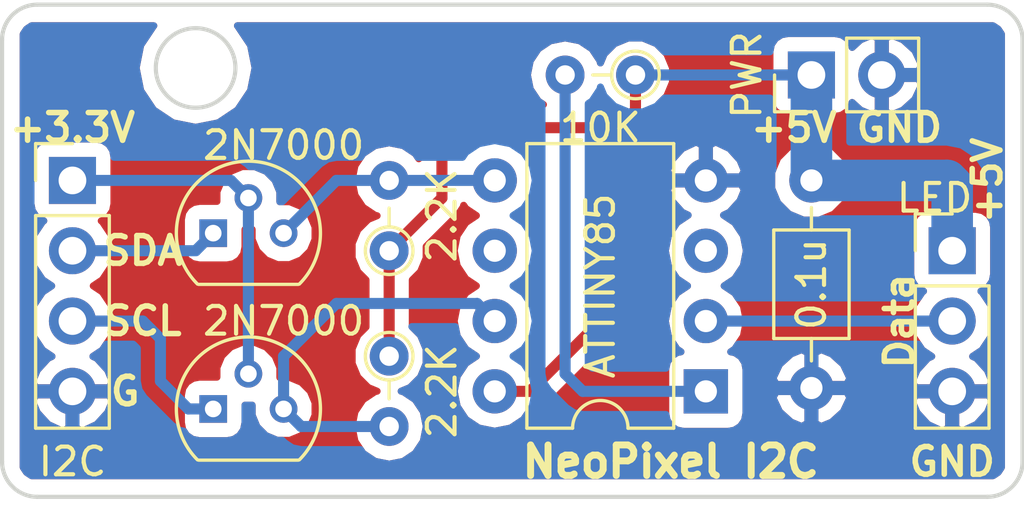
<source format=kicad_pcb>
(kicad_pcb (version 4) (host pcbnew 4.0.7)

  (general
    (links 20)
    (no_connects 0)
    (area 140.894999 97.714999 177.875001 115.645001)
    (thickness 1.6)
    (drawings 19)
    (tracks 38)
    (zones 0)
    (modules 10)
    (nets 12)
  )

  (page A4)
  (layers
    (0 F.Cu signal)
    (31 B.Cu signal)
    (32 B.Adhes user)
    (33 F.Adhes user)
    (34 B.Paste user)
    (35 F.Paste user)
    (36 B.SilkS user)
    (37 F.SilkS user)
    (38 B.Mask user)
    (39 F.Mask user)
    (40 Dwgs.User user)
    (41 Cmts.User user)
    (42 Eco1.User user)
    (43 Eco2.User user)
    (44 Edge.Cuts user)
    (45 Margin user)
    (46 B.CrtYd user)
    (47 F.CrtYd user)
    (48 B.Fab user)
    (49 F.Fab user)
  )

  (setup
    (last_trace_width 0.25)
    (trace_clearance 0.2)
    (zone_clearance 0.508)
    (zone_45_only no)
    (trace_min 0.2)
    (segment_width 0.2)
    (edge_width 0.15)
    (via_size 0.6)
    (via_drill 0.4)
    (via_min_size 0.4)
    (via_min_drill 0.3)
    (uvia_size 0.3)
    (uvia_drill 0.1)
    (uvias_allowed no)
    (uvia_min_size 0.2)
    (uvia_min_drill 0.1)
    (pcb_text_width 0.3)
    (pcb_text_size 1.5 1.5)
    (mod_edge_width 0.15)
    (mod_text_size 1 1)
    (mod_text_width 0.15)
    (pad_size 1.524 1.524)
    (pad_drill 0.762)
    (pad_to_mask_clearance 0.2)
    (aux_axis_origin 140.97 115.57)
    (visible_elements FFFFFF7F)
    (pcbplotparams
      (layerselection 0x010f0_80000001)
      (usegerberextensions true)
      (excludeedgelayer true)
      (linewidth 0.100000)
      (plotframeref false)
      (viasonmask false)
      (mode 1)
      (useauxorigin false)
      (hpglpennumber 1)
      (hpglpenspeed 20)
      (hpglpendiameter 15)
      (hpglpenoverlay 2)
      (psnegative false)
      (psa4output false)
      (plotreference true)
      (plotvalue true)
      (plotinvisibletext false)
      (padsonsilk false)
      (subtractmaskfromsilk false)
      (outputformat 1)
      (mirror false)
      (drillshape 0)
      (scaleselection 1)
      (outputdirectory gerber/))
  )

  (net 0 "")
  (net 1 +5V)
  (net 2 GND)
  (net 3 "Net-(J1-Pad2)")
  (net 4 "Net-(J3-Pad1)")
  (net 5 "Net-(J3-Pad2)")
  (net 6 "Net-(J3-Pad3)")
  (net 7 "Net-(Q1-Pad3)")
  (net 8 "Net-(Q2-Pad3)")
  (net 9 "Net-(R3-Pad2)")
  (net 10 "Net-(U1-Pad6)")
  (net 11 "Net-(U1-Pad3)")

  (net_class Default "これは標準のネット クラスです。"
    (clearance 0.2)
    (trace_width 0.25)
    (via_dia 0.6)
    (via_drill 0.4)
    (uvia_dia 0.3)
    (uvia_drill 0.1)
  )

  (net_class D2 ""
    (clearance 0.2)
    (trace_width 0.4)
    (via_dia 0.6)
    (via_drill 0.4)
    (uvia_dia 0.3)
    (uvia_drill 0.1)
    (add_net GND)
    (add_net "Net-(J1-Pad2)")
    (add_net "Net-(J3-Pad1)")
    (add_net "Net-(J3-Pad2)")
    (add_net "Net-(J3-Pad3)")
    (add_net "Net-(Q1-Pad3)")
    (add_net "Net-(Q2-Pad3)")
    (add_net "Net-(R3-Pad2)")
    (add_net "Net-(U1-Pad3)")
    (add_net "Net-(U1-Pad6)")
  )

  (net_class D3 ""
    (clearance 0.2)
    (trace_width 0.8)
    (via_dia 0.6)
    (via_drill 0.4)
    (uvia_dia 0.3)
    (uvia_drill 0.1)
  )

  (net_class V ""
    (clearance 0.2)
    (trace_width 1.5)
    (via_dia 0.6)
    (via_drill 0.4)
    (uvia_dia 0.3)
    (uvia_drill 0.1)
    (add_net +5V)
  )

  (module Capacitors_ThroughHole:C_Axial_L3.8mm_D2.6mm_P7.50mm_Horizontal (layer F.Cu) (tedit 5C053867) (tstamp 5C052E23)
    (at 170.18 104.14 270)
    (descr "C, Axial series, Axial, Horizontal, pin pitch=7.5mm, , length*diameter=3.8*2.6mm^2, http://www.vishay.com/docs/45231/arseries.pdf")
    (tags "C Axial series Axial Horizontal pin pitch 7.5mm  length 3.8mm diameter 2.6mm")
    (path /5C052FA9)
    (fp_text reference 0.1u (at 3.75 0 270) (layer F.SilkS)
      (effects (font (size 1 1) (thickness 0.15)))
    )
    (fp_text value 0.1μ (at 3.75 2.36 270) (layer F.Fab)
      (effects (font (size 1 1) (thickness 0.15)))
    )
    (fp_line (start 1.85 -1.3) (end 1.85 1.3) (layer F.Fab) (width 0.1))
    (fp_line (start 1.85 1.3) (end 5.65 1.3) (layer F.Fab) (width 0.1))
    (fp_line (start 5.65 1.3) (end 5.65 -1.3) (layer F.Fab) (width 0.1))
    (fp_line (start 5.65 -1.3) (end 1.85 -1.3) (layer F.Fab) (width 0.1))
    (fp_line (start 0 0) (end 1.85 0) (layer F.Fab) (width 0.1))
    (fp_line (start 7.5 0) (end 5.65 0) (layer F.Fab) (width 0.1))
    (fp_line (start 1.79 -1.36) (end 1.79 1.36) (layer F.SilkS) (width 0.12))
    (fp_line (start 1.79 1.36) (end 5.71 1.36) (layer F.SilkS) (width 0.12))
    (fp_line (start 5.71 1.36) (end 5.71 -1.36) (layer F.SilkS) (width 0.12))
    (fp_line (start 5.71 -1.36) (end 1.79 -1.36) (layer F.SilkS) (width 0.12))
    (fp_line (start 0.98 0) (end 1.79 0) (layer F.SilkS) (width 0.12))
    (fp_line (start 6.52 0) (end 5.71 0) (layer F.SilkS) (width 0.12))
    (fp_line (start -1.05 -1.65) (end -1.05 1.65) (layer F.CrtYd) (width 0.05))
    (fp_line (start -1.05 1.65) (end 8.55 1.65) (layer F.CrtYd) (width 0.05))
    (fp_line (start 8.55 1.65) (end 8.55 -1.65) (layer F.CrtYd) (width 0.05))
    (fp_line (start 8.55 -1.65) (end -1.05 -1.65) (layer F.CrtYd) (width 0.05))
    (fp_text user %R (at 3.75 0 270) (layer F.Fab)
      (effects (font (size 1 1) (thickness 0.15)))
    )
    (pad 1 thru_hole circle (at 0 0 270) (size 1.6 1.6) (drill 0.8) (layers *.Cu *.Mask)
      (net 1 +5V))
    (pad 2 thru_hole oval (at 7.5 0 270) (size 1.6 1.6) (drill 0.8) (layers *.Cu *.Mask)
      (net 2 GND))
    (model ${KISYS3DMOD}/Capacitors_THT.3dshapes/C_Axial_L3.8mm_D2.6mm_P7.50mm_Horizontal.wrl
      (at (xyz 0 0 0))
      (scale (xyz 1 1 1))
      (rotate (xyz 0 0 0))
    )
  )

  (module Pin_Headers:Pin_Header_Straight_1x03_Pitch2.54mm (layer F.Cu) (tedit 5C0537F6) (tstamp 5C052E2A)
    (at 175.26 106.68)
    (descr "Through hole straight pin header, 1x03, 2.54mm pitch, single row")
    (tags "Through hole pin header THT 1x03 2.54mm single row")
    (path /5C052AAD)
    (fp_text reference LED (at -0.635 -1.905) (layer F.SilkS)
      (effects (font (size 1 1) (thickness 0.15)))
    )
    (fp_text value LED (at 0 7.41) (layer F.Fab)
      (effects (font (size 1 1) (thickness 0.15)))
    )
    (fp_line (start -0.635 -1.27) (end 1.27 -1.27) (layer F.Fab) (width 0.1))
    (fp_line (start 1.27 -1.27) (end 1.27 6.35) (layer F.Fab) (width 0.1))
    (fp_line (start 1.27 6.35) (end -1.27 6.35) (layer F.Fab) (width 0.1))
    (fp_line (start -1.27 6.35) (end -1.27 -0.635) (layer F.Fab) (width 0.1))
    (fp_line (start -1.27 -0.635) (end -0.635 -1.27) (layer F.Fab) (width 0.1))
    (fp_line (start -1.33 6.41) (end 1.33 6.41) (layer F.SilkS) (width 0.12))
    (fp_line (start -1.33 1.27) (end -1.33 6.41) (layer F.SilkS) (width 0.12))
    (fp_line (start 1.33 1.27) (end 1.33 6.41) (layer F.SilkS) (width 0.12))
    (fp_line (start -1.33 1.27) (end 1.33 1.27) (layer F.SilkS) (width 0.12))
    (fp_line (start -1.33 0) (end -1.33 -1.33) (layer F.SilkS) (width 0.12))
    (fp_line (start -1.33 -1.33) (end 0 -1.33) (layer F.SilkS) (width 0.12))
    (fp_line (start -1.8 -1.8) (end -1.8 6.85) (layer F.CrtYd) (width 0.05))
    (fp_line (start -1.8 6.85) (end 1.8 6.85) (layer F.CrtYd) (width 0.05))
    (fp_line (start 1.8 6.85) (end 1.8 -1.8) (layer F.CrtYd) (width 0.05))
    (fp_line (start 1.8 -1.8) (end -1.8 -1.8) (layer F.CrtYd) (width 0.05))
    (fp_text user %R (at 0 2.54 90) (layer F.Fab)
      (effects (font (size 1 1) (thickness 0.15)))
    )
    (pad 1 thru_hole rect (at 0 0) (size 1.7 1.7) (drill 1) (layers *.Cu *.Mask)
      (net 1 +5V))
    (pad 2 thru_hole oval (at 0 2.54) (size 1.7 1.7) (drill 1) (layers *.Cu *.Mask)
      (net 3 "Net-(J1-Pad2)"))
    (pad 3 thru_hole oval (at 0 5.08) (size 1.7 1.7) (drill 1) (layers *.Cu *.Mask)
      (net 2 GND))
    (model ${KISYS3DMOD}/Pin_Headers.3dshapes/Pin_Header_Straight_1x03_Pitch2.54mm.wrl
      (at (xyz 0 0 0))
      (scale (xyz 1 1 1))
      (rotate (xyz 0 0 0))
    )
  )

  (module Pin_Headers:Pin_Header_Straight_1x02_Pitch2.54mm (layer F.Cu) (tedit 5C053807) (tstamp 5C052E30)
    (at 170.18 100.33 90)
    (descr "Through hole straight pin header, 1x02, 2.54mm pitch, single row")
    (tags "Through hole pin header THT 1x02 2.54mm single row")
    (path /5C0529EA)
    (fp_text reference PWR (at 0 -2.33 90) (layer F.SilkS)
      (effects (font (size 1 1) (thickness 0.15)))
    )
    (fp_text value POWER (at 0 4.87 90) (layer F.Fab)
      (effects (font (size 1 1) (thickness 0.15)))
    )
    (fp_line (start -0.635 -1.27) (end 1.27 -1.27) (layer F.Fab) (width 0.1))
    (fp_line (start 1.27 -1.27) (end 1.27 3.81) (layer F.Fab) (width 0.1))
    (fp_line (start 1.27 3.81) (end -1.27 3.81) (layer F.Fab) (width 0.1))
    (fp_line (start -1.27 3.81) (end -1.27 -0.635) (layer F.Fab) (width 0.1))
    (fp_line (start -1.27 -0.635) (end -0.635 -1.27) (layer F.Fab) (width 0.1))
    (fp_line (start -1.33 3.87) (end 1.33 3.87) (layer F.SilkS) (width 0.12))
    (fp_line (start -1.33 1.27) (end -1.33 3.87) (layer F.SilkS) (width 0.12))
    (fp_line (start 1.33 1.27) (end 1.33 3.87) (layer F.SilkS) (width 0.12))
    (fp_line (start -1.33 1.27) (end 1.33 1.27) (layer F.SilkS) (width 0.12))
    (fp_line (start -1.33 0) (end -1.33 -1.33) (layer F.SilkS) (width 0.12))
    (fp_line (start -1.33 -1.33) (end 0 -1.33) (layer F.SilkS) (width 0.12))
    (fp_line (start -1.8 -1.8) (end -1.8 4.35) (layer F.CrtYd) (width 0.05))
    (fp_line (start -1.8 4.35) (end 1.8 4.35) (layer F.CrtYd) (width 0.05))
    (fp_line (start 1.8 4.35) (end 1.8 -1.8) (layer F.CrtYd) (width 0.05))
    (fp_line (start 1.8 -1.8) (end -1.8 -1.8) (layer F.CrtYd) (width 0.05))
    (fp_text user %R (at 0 1.27 180) (layer F.Fab)
      (effects (font (size 1 1) (thickness 0.15)))
    )
    (pad 1 thru_hole rect (at 0 0 90) (size 1.7 1.7) (drill 1) (layers *.Cu *.Mask)
      (net 1 +5V))
    (pad 2 thru_hole oval (at 0 2.54 90) (size 1.7 1.7) (drill 1) (layers *.Cu *.Mask)
      (net 2 GND))
    (model ${KISYS3DMOD}/Pin_Headers.3dshapes/Pin_Header_Straight_1x02_Pitch2.54mm.wrl
      (at (xyz 0 0 0))
      (scale (xyz 1 1 1))
      (rotate (xyz 0 0 0))
    )
  )

  (module Pin_Headers:Pin_Header_Straight_1x04_Pitch2.54mm (layer F.Cu) (tedit 5C05387D) (tstamp 5C052E38)
    (at 143.51 104.14)
    (descr "Through hole straight pin header, 1x04, 2.54mm pitch, single row")
    (tags "Through hole pin header THT 1x04 2.54mm single row")
    (path /5C052AF2)
    (fp_text reference I2C (at 0 10.16) (layer F.SilkS)
      (effects (font (size 1 1) (thickness 0.15)))
    )
    (fp_text value I2C (at 0 9.95) (layer F.Fab)
      (effects (font (size 1 1) (thickness 0.15)))
    )
    (fp_line (start -0.635 -1.27) (end 1.27 -1.27) (layer F.Fab) (width 0.1))
    (fp_line (start 1.27 -1.27) (end 1.27 8.89) (layer F.Fab) (width 0.1))
    (fp_line (start 1.27 8.89) (end -1.27 8.89) (layer F.Fab) (width 0.1))
    (fp_line (start -1.27 8.89) (end -1.27 -0.635) (layer F.Fab) (width 0.1))
    (fp_line (start -1.27 -0.635) (end -0.635 -1.27) (layer F.Fab) (width 0.1))
    (fp_line (start -1.33 8.95) (end 1.33 8.95) (layer F.SilkS) (width 0.12))
    (fp_line (start -1.33 1.27) (end -1.33 8.95) (layer F.SilkS) (width 0.12))
    (fp_line (start 1.33 1.27) (end 1.33 8.95) (layer F.SilkS) (width 0.12))
    (fp_line (start -1.33 1.27) (end 1.33 1.27) (layer F.SilkS) (width 0.12))
    (fp_line (start -1.33 0) (end -1.33 -1.33) (layer F.SilkS) (width 0.12))
    (fp_line (start -1.33 -1.33) (end 0 -1.33) (layer F.SilkS) (width 0.12))
    (fp_line (start -1.8 -1.8) (end -1.8 9.4) (layer F.CrtYd) (width 0.05))
    (fp_line (start -1.8 9.4) (end 1.8 9.4) (layer F.CrtYd) (width 0.05))
    (fp_line (start 1.8 9.4) (end 1.8 -1.8) (layer F.CrtYd) (width 0.05))
    (fp_line (start 1.8 -1.8) (end -1.8 -1.8) (layer F.CrtYd) (width 0.05))
    (fp_text user %R (at 0 3.81 90) (layer F.Fab)
      (effects (font (size 1 1) (thickness 0.15)))
    )
    (pad 1 thru_hole rect (at 0 0) (size 1.7 1.7) (drill 1) (layers *.Cu *.Mask)
      (net 4 "Net-(J3-Pad1)"))
    (pad 2 thru_hole oval (at 0 2.54) (size 1.7 1.7) (drill 1) (layers *.Cu *.Mask)
      (net 5 "Net-(J3-Pad2)"))
    (pad 3 thru_hole oval (at 0 5.08) (size 1.7 1.7) (drill 1) (layers *.Cu *.Mask)
      (net 6 "Net-(J3-Pad3)"))
    (pad 4 thru_hole oval (at 0 7.62) (size 1.7 1.7) (drill 1) (layers *.Cu *.Mask)
      (net 2 GND))
    (model ${KISYS3DMOD}/Pin_Headers.3dshapes/Pin_Header_Straight_1x04_Pitch2.54mm.wrl
      (at (xyz 0 0 0))
      (scale (xyz 1 1 1))
      (rotate (xyz 0 0 0))
    )
  )

  (module TO_SOT_Packages_THT:TO-92_Molded_Narrow (layer F.Cu) (tedit 5C053844) (tstamp 5C052E3F)
    (at 148.59 106.045)
    (descr "TO-92 leads molded, narrow, drill 0.6mm (see NXP sot054_po.pdf)")
    (tags "to-92 sc-43 sc-43a sot54 PA33 transistor")
    (path /5C053B5A)
    (fp_text reference 2N7000 (at 2.54 -3.175) (layer F.SilkS)
      (effects (font (size 1 1) (thickness 0.15)))
    )
    (fp_text value 2N7000 (at 1.27 2.79) (layer F.Fab)
      (effects (font (size 1 1) (thickness 0.15)))
    )
    (fp_text user %R (at 1.27 -3.56) (layer F.Fab)
      (effects (font (size 1 1) (thickness 0.15)))
    )
    (fp_line (start -0.53 1.85) (end 3.07 1.85) (layer F.SilkS) (width 0.12))
    (fp_line (start -0.5 1.75) (end 3 1.75) (layer F.Fab) (width 0.1))
    (fp_line (start -1.46 -2.73) (end 4 -2.73) (layer F.CrtYd) (width 0.05))
    (fp_line (start -1.46 -2.73) (end -1.46 2.01) (layer F.CrtYd) (width 0.05))
    (fp_line (start 4 2.01) (end 4 -2.73) (layer F.CrtYd) (width 0.05))
    (fp_line (start 4 2.01) (end -1.46 2.01) (layer F.CrtYd) (width 0.05))
    (fp_arc (start 1.27 0) (end 1.27 -2.48) (angle 135) (layer F.Fab) (width 0.1))
    (fp_arc (start 1.27 0) (end 1.27 -2.6) (angle -135) (layer F.SilkS) (width 0.12))
    (fp_arc (start 1.27 0) (end 1.27 -2.48) (angle -135) (layer F.Fab) (width 0.1))
    (fp_arc (start 1.27 0) (end 1.27 -2.6) (angle 135) (layer F.SilkS) (width 0.12))
    (pad 2 thru_hole circle (at 1.27 -1.27 90) (size 1 1) (drill 0.6) (layers *.Cu *.Mask)
      (net 4 "Net-(J3-Pad1)"))
    (pad 3 thru_hole circle (at 2.54 0 90) (size 1 1) (drill 0.6) (layers *.Cu *.Mask)
      (net 7 "Net-(Q1-Pad3)"))
    (pad 1 thru_hole rect (at 0 0 90) (size 1 1) (drill 0.6) (layers *.Cu *.Mask)
      (net 5 "Net-(J3-Pad2)"))
    (model ${KISYS3DMOD}/TO_SOT_Packages_THT.3dshapes/TO-92_Molded_Narrow.wrl
      (at (xyz 0.05 0 0))
      (scale (xyz 1 1 1))
      (rotate (xyz 0 0 -90))
    )
  )

  (module TO_SOT_Packages_THT:TO-92_Molded_Narrow (layer F.Cu) (tedit 5C05384B) (tstamp 5C052E46)
    (at 148.59 112.395)
    (descr "TO-92 leads molded, narrow, drill 0.6mm (see NXP sot054_po.pdf)")
    (tags "to-92 sc-43 sc-43a sot54 PA33 transistor")
    (path /5C053AFF)
    (fp_text reference 2N7000 (at 2.54 -3.175) (layer F.SilkS)
      (effects (font (size 1 1) (thickness 0.15)))
    )
    (fp_text value 2N7000 (at 1.27 2.79) (layer F.Fab)
      (effects (font (size 1 1) (thickness 0.15)))
    )
    (fp_text user %R (at 1.27 -3.56) (layer F.Fab)
      (effects (font (size 1 1) (thickness 0.15)))
    )
    (fp_line (start -0.53 1.85) (end 3.07 1.85) (layer F.SilkS) (width 0.12))
    (fp_line (start -0.5 1.75) (end 3 1.75) (layer F.Fab) (width 0.1))
    (fp_line (start -1.46 -2.73) (end 4 -2.73) (layer F.CrtYd) (width 0.05))
    (fp_line (start -1.46 -2.73) (end -1.46 2.01) (layer F.CrtYd) (width 0.05))
    (fp_line (start 4 2.01) (end 4 -2.73) (layer F.CrtYd) (width 0.05))
    (fp_line (start 4 2.01) (end -1.46 2.01) (layer F.CrtYd) (width 0.05))
    (fp_arc (start 1.27 0) (end 1.27 -2.48) (angle 135) (layer F.Fab) (width 0.1))
    (fp_arc (start 1.27 0) (end 1.27 -2.6) (angle -135) (layer F.SilkS) (width 0.12))
    (fp_arc (start 1.27 0) (end 1.27 -2.48) (angle -135) (layer F.Fab) (width 0.1))
    (fp_arc (start 1.27 0) (end 1.27 -2.6) (angle 135) (layer F.SilkS) (width 0.12))
    (pad 2 thru_hole circle (at 1.27 -1.27 90) (size 1 1) (drill 0.6) (layers *.Cu *.Mask)
      (net 4 "Net-(J3-Pad1)"))
    (pad 3 thru_hole circle (at 2.54 0 90) (size 1 1) (drill 0.6) (layers *.Cu *.Mask)
      (net 8 "Net-(Q2-Pad3)"))
    (pad 1 thru_hole rect (at 0 0 90) (size 1 1) (drill 0.6) (layers *.Cu *.Mask)
      (net 6 "Net-(J3-Pad3)"))
    (model ${KISYS3DMOD}/TO_SOT_Packages_THT.3dshapes/TO-92_Molded_Narrow.wrl
      (at (xyz 0.05 0 0))
      (scale (xyz 1 1 1))
      (rotate (xyz 0 0 -90))
    )
  )

  (module Resistors_ThroughHole:R_Axial_DIN0204_L3.6mm_D1.6mm_P2.54mm_Vertical (layer F.Cu) (tedit 5C053859) (tstamp 5C052E4C)
    (at 154.94 110.49 270)
    (descr "Resistor, Axial_DIN0204 series, Axial, Vertical, pin pitch=2.54mm, 0.16666666666666666W = 1/6W, length*diameter=3.6*1.6mm^2, http://cdn-reichelt.de/documents/datenblatt/B400/1_4W%23YAG.pdf")
    (tags "Resistor Axial_DIN0204 series Axial Vertical pin pitch 2.54mm 0.16666666666666666W = 1/6W length 3.6mm diameter 1.6mm")
    (path /5C053797)
    (fp_text reference 2.2K (at 1.27 -1.905 270) (layer F.SilkS)
      (effects (font (size 1 1) (thickness 0.15)))
    )
    (fp_text value 2.2K (at 1.27 1.86 270) (layer F.Fab)
      (effects (font (size 1 1) (thickness 0.15)))
    )
    (fp_circle (center 0 0) (end 0.8 0) (layer F.Fab) (width 0.1))
    (fp_circle (center 0 0) (end 0.86 0) (layer F.SilkS) (width 0.12))
    (fp_line (start 0 0) (end 2.54 0) (layer F.Fab) (width 0.1))
    (fp_line (start 0.86 0) (end 1.54 0) (layer F.SilkS) (width 0.12))
    (fp_line (start -1.15 -1.15) (end -1.15 1.15) (layer F.CrtYd) (width 0.05))
    (fp_line (start -1.15 1.15) (end 3.55 1.15) (layer F.CrtYd) (width 0.05))
    (fp_line (start 3.55 1.15) (end 3.55 -1.15) (layer F.CrtYd) (width 0.05))
    (fp_line (start 3.55 -1.15) (end -1.15 -1.15) (layer F.CrtYd) (width 0.05))
    (pad 1 thru_hole circle (at 0 0 270) (size 1.4 1.4) (drill 0.7) (layers *.Cu *.Mask)
      (net 1 +5V))
    (pad 2 thru_hole oval (at 2.54 0 270) (size 1.4 1.4) (drill 0.7) (layers *.Cu *.Mask)
      (net 8 "Net-(Q2-Pad3)"))
    (model ${KISYS3DMOD}/Resistors_THT.3dshapes/R_Axial_DIN0204_L3.6mm_D1.6mm_P2.54mm_Vertical.wrl
      (at (xyz 0 0 0))
      (scale (xyz 0.393701 0.393701 0.393701))
      (rotate (xyz 0 0 0))
    )
  )

  (module Resistors_ThroughHole:R_Axial_DIN0204_L3.6mm_D1.6mm_P2.54mm_Vertical (layer F.Cu) (tedit 5C05385E) (tstamp 5C052E52)
    (at 154.94 106.68 90)
    (descr "Resistor, Axial_DIN0204 series, Axial, Vertical, pin pitch=2.54mm, 0.16666666666666666W = 1/6W, length*diameter=3.6*1.6mm^2, http://cdn-reichelt.de/documents/datenblatt/B400/1_4W%23YAG.pdf")
    (tags "Resistor Axial_DIN0204 series Axial Vertical pin pitch 2.54mm 0.16666666666666666W = 1/6W length 3.6mm diameter 1.6mm")
    (path /5C05369C)
    (fp_text reference 2.2K (at 1.27 1.905 90) (layer F.SilkS)
      (effects (font (size 1 1) (thickness 0.15)))
    )
    (fp_text value 2.2K (at 1.27 1.86 90) (layer F.Fab)
      (effects (font (size 1 1) (thickness 0.15)))
    )
    (fp_circle (center 0 0) (end 0.8 0) (layer F.Fab) (width 0.1))
    (fp_circle (center 0 0) (end 0.86 0) (layer F.SilkS) (width 0.12))
    (fp_line (start 0 0) (end 2.54 0) (layer F.Fab) (width 0.1))
    (fp_line (start 0.86 0) (end 1.54 0) (layer F.SilkS) (width 0.12))
    (fp_line (start -1.15 -1.15) (end -1.15 1.15) (layer F.CrtYd) (width 0.05))
    (fp_line (start -1.15 1.15) (end 3.55 1.15) (layer F.CrtYd) (width 0.05))
    (fp_line (start 3.55 1.15) (end 3.55 -1.15) (layer F.CrtYd) (width 0.05))
    (fp_line (start 3.55 -1.15) (end -1.15 -1.15) (layer F.CrtYd) (width 0.05))
    (pad 1 thru_hole circle (at 0 0 90) (size 1.4 1.4) (drill 0.7) (layers *.Cu *.Mask)
      (net 1 +5V))
    (pad 2 thru_hole oval (at 2.54 0 90) (size 1.4 1.4) (drill 0.7) (layers *.Cu *.Mask)
      (net 7 "Net-(Q1-Pad3)"))
    (model ${KISYS3DMOD}/Resistors_THT.3dshapes/R_Axial_DIN0204_L3.6mm_D1.6mm_P2.54mm_Vertical.wrl
      (at (xyz 0 0 0))
      (scale (xyz 0.393701 0.393701 0.393701))
      (rotate (xyz 0 0 0))
    )
  )

  (module Resistors_ThroughHole:R_Axial_DIN0204_L3.6mm_D1.6mm_P2.54mm_Vertical (layer F.Cu) (tedit 5C053873) (tstamp 5C052E58)
    (at 163.83 100.33 180)
    (descr "Resistor, Axial_DIN0204 series, Axial, Vertical, pin pitch=2.54mm, 0.16666666666666666W = 1/6W, length*diameter=3.6*1.6mm^2, http://cdn-reichelt.de/documents/datenblatt/B400/1_4W%23YAG.pdf")
    (tags "Resistor Axial_DIN0204 series Axial Vertical pin pitch 2.54mm 0.16666666666666666W = 1/6W length 3.6mm diameter 1.6mm")
    (path /5C05393E)
    (fp_text reference 10K (at 1.27 -1.905 180) (layer F.SilkS)
      (effects (font (size 1 1) (thickness 0.15)))
    )
    (fp_text value 10K (at 1.27 1.86 180) (layer F.Fab)
      (effects (font (size 1 1) (thickness 0.15)))
    )
    (fp_circle (center 0 0) (end 0.8 0) (layer F.Fab) (width 0.1))
    (fp_circle (center 0 0) (end 0.86 0) (layer F.SilkS) (width 0.12))
    (fp_line (start 0 0) (end 2.54 0) (layer F.Fab) (width 0.1))
    (fp_line (start 0.86 0) (end 1.54 0) (layer F.SilkS) (width 0.12))
    (fp_line (start -1.15 -1.15) (end -1.15 1.15) (layer F.CrtYd) (width 0.05))
    (fp_line (start -1.15 1.15) (end 3.55 1.15) (layer F.CrtYd) (width 0.05))
    (fp_line (start 3.55 1.15) (end 3.55 -1.15) (layer F.CrtYd) (width 0.05))
    (fp_line (start 3.55 -1.15) (end -1.15 -1.15) (layer F.CrtYd) (width 0.05))
    (pad 1 thru_hole circle (at 0 0 180) (size 1.4 1.4) (drill 0.7) (layers *.Cu *.Mask)
      (net 1 +5V))
    (pad 2 thru_hole oval (at 2.54 0 180) (size 1.4 1.4) (drill 0.7) (layers *.Cu *.Mask)
      (net 9 "Net-(R3-Pad2)"))
    (model ${KISYS3DMOD}/Resistors_THT.3dshapes/R_Axial_DIN0204_L3.6mm_D1.6mm_P2.54mm_Vertical.wrl
      (at (xyz 0 0 0))
      (scale (xyz 0.393701 0.393701 0.393701))
      (rotate (xyz 0 0 0))
    )
  )

  (module Housings_DIP:DIP-8_W7.62mm (layer F.Cu) (tedit 5C053828) (tstamp 5C052E64)
    (at 166.37 111.76 180)
    (descr "8-lead though-hole mounted DIP package, row spacing 7.62 mm (300 mils)")
    (tags "THT DIP DIL PDIP 2.54mm 7.62mm 300mil")
    (path /5C0529A3)
    (fp_text reference ATTINY85 (at 3.81 3.81 270) (layer F.SilkS)
      (effects (font (size 1 1) (thickness 0.15)))
    )
    (fp_text value ATTINY85-20PU (at 3.81 9.95 180) (layer F.Fab)
      (effects (font (size 1 1) (thickness 0.15)))
    )
    (fp_arc (start 3.81 -1.33) (end 2.81 -1.33) (angle -180) (layer F.SilkS) (width 0.12))
    (fp_line (start 1.635 -1.27) (end 6.985 -1.27) (layer F.Fab) (width 0.1))
    (fp_line (start 6.985 -1.27) (end 6.985 8.89) (layer F.Fab) (width 0.1))
    (fp_line (start 6.985 8.89) (end 0.635 8.89) (layer F.Fab) (width 0.1))
    (fp_line (start 0.635 8.89) (end 0.635 -0.27) (layer F.Fab) (width 0.1))
    (fp_line (start 0.635 -0.27) (end 1.635 -1.27) (layer F.Fab) (width 0.1))
    (fp_line (start 2.81 -1.33) (end 1.16 -1.33) (layer F.SilkS) (width 0.12))
    (fp_line (start 1.16 -1.33) (end 1.16 8.95) (layer F.SilkS) (width 0.12))
    (fp_line (start 1.16 8.95) (end 6.46 8.95) (layer F.SilkS) (width 0.12))
    (fp_line (start 6.46 8.95) (end 6.46 -1.33) (layer F.SilkS) (width 0.12))
    (fp_line (start 6.46 -1.33) (end 4.81 -1.33) (layer F.SilkS) (width 0.12))
    (fp_line (start -1.1 -1.55) (end -1.1 9.15) (layer F.CrtYd) (width 0.05))
    (fp_line (start -1.1 9.15) (end 8.7 9.15) (layer F.CrtYd) (width 0.05))
    (fp_line (start 8.7 9.15) (end 8.7 -1.55) (layer F.CrtYd) (width 0.05))
    (fp_line (start 8.7 -1.55) (end -1.1 -1.55) (layer F.CrtYd) (width 0.05))
    (fp_text user %R (at 3.81 3.81 180) (layer F.Fab)
      (effects (font (size 1 1) (thickness 0.15)))
    )
    (pad 1 thru_hole rect (at 0 0 180) (size 1.6 1.6) (drill 0.8) (layers *.Cu *.Mask)
      (net 9 "Net-(R3-Pad2)"))
    (pad 5 thru_hole oval (at 7.62 7.62 180) (size 1.6 1.6) (drill 0.8) (layers *.Cu *.Mask)
      (net 7 "Net-(Q1-Pad3)"))
    (pad 2 thru_hole oval (at 0 2.54 180) (size 1.6 1.6) (drill 0.8) (layers *.Cu *.Mask)
      (net 3 "Net-(J1-Pad2)"))
    (pad 6 thru_hole oval (at 7.62 5.08 180) (size 1.6 1.6) (drill 0.8) (layers *.Cu *.Mask)
      (net 10 "Net-(U1-Pad6)"))
    (pad 3 thru_hole oval (at 0 5.08 180) (size 1.6 1.6) (drill 0.8) (layers *.Cu *.Mask)
      (net 11 "Net-(U1-Pad3)"))
    (pad 7 thru_hole oval (at 7.62 2.54 180) (size 1.6 1.6) (drill 0.8) (layers *.Cu *.Mask)
      (net 8 "Net-(Q2-Pad3)"))
    (pad 4 thru_hole oval (at 0 7.62 180) (size 1.6 1.6) (drill 0.8) (layers *.Cu *.Mask)
      (net 2 GND))
    (pad 8 thru_hole oval (at 7.62 0 180) (size 1.6 1.6) (drill 0.8) (layers *.Cu *.Mask)
      (net 1 +5V))
    (model ${KISYS3DMOD}/Housings_DIP.3dshapes/DIP-8_W7.62mm.wrl
      (at (xyz 0 0 0))
      (scale (xyz 1 1 1))
      (rotate (xyz 0 0 0))
    )
  )

  (gr_text "NeoPixel I2C" (at 165.1 114.3) (layer F.SilkS)
    (effects (font (size 1.1 1.1) (thickness 0.25)))
  )
  (gr_text SCL (at 146.05 109.22) (layer F.SilkS)
    (effects (font (size 1 1) (thickness 0.2)))
  )
  (gr_text SDA (at 146.05 106.68) (layer F.SilkS)
    (effects (font (size 1 1) (thickness 0.2)))
  )
  (gr_text +5V (at 169.545 102.235) (layer F.SilkS)
    (effects (font (size 1 1) (thickness 0.2)))
  )
  (gr_text +3.3V (at 143.51 102.235) (layer F.SilkS)
    (effects (font (size 1 1) (thickness 0.2)))
  )
  (gr_text G (at 145.415 111.76) (layer F.SilkS)
    (effects (font (size 1 1) (thickness 0.2)))
  )
  (gr_text Data (at 173.355 109.22 90) (layer F.SilkS)
    (effects (font (size 1 1) (thickness 0.2)))
  )
  (gr_text GND (at 175.26 114.3) (layer F.SilkS)
    (effects (font (size 1 1) (thickness 0.2)))
  )
  (gr_text +5V (at 176.53 104.14 90) (layer F.SilkS)
    (effects (font (size 1 1) (thickness 0.2)))
  )
  (gr_text GND (at 173.355 102.235) (layer F.SilkS)
    (effects (font (size 1 1) (thickness 0.2)))
  )
  (gr_arc (start 142.24 114.3) (end 142.24 115.57) (angle 90) (layer Edge.Cuts) (width 0.15))
  (gr_arc (start 142.24 99.06) (end 140.97 99.06) (angle 90) (layer Edge.Cuts) (width 0.15))
  (gr_arc (start 176.53 114.3) (end 177.8 114.3) (angle 90) (layer Edge.Cuts) (width 0.15))
  (gr_arc (start 176.53 99.06) (end 176.53 97.79) (angle 90) (layer Edge.Cuts) (width 0.15))
  (gr_circle (center 147.955 100.076) (end 148.971 99.06) (layer Edge.Cuts) (width 0.15))
  (gr_line (start 177.8 114.3) (end 177.8 99.06) (layer Edge.Cuts) (width 0.15))
  (gr_line (start 142.24 115.57) (end 176.53 115.57) (layer Edge.Cuts) (width 0.15))
  (gr_line (start 140.97 99.06) (end 140.97 114.3) (layer Edge.Cuts) (width 0.15))
  (gr_line (start 176.53 97.79) (end 142.24 97.79) (layer Edge.Cuts) (width 0.15))

  (segment (start 170.18 104.14) (end 175.07 104.14) (width 1.5) (layer B.Cu) (net 1))
  (segment (start 175.07 104.14) (end 175.26 104.33) (width 1.5) (layer B.Cu) (net 1))
  (segment (start 175.26 104.33) (end 175.26 106.68) (width 1.5) (layer B.Cu) (net 1))
  (segment (start 170.18 100.33) (end 170.18 104.14) (width 1.5) (layer B.Cu) (net 1))
  (segment (start 154.94 106.68) (end 154.94 110.49) (width 0.4) (layer F.Cu) (net 1))
  (segment (start 163.195 102.235) (end 163.195 108.585) (width 0.4) (layer F.Cu) (net 1))
  (segment (start 163.195 108.585) (end 160.02 111.76) (width 0.4) (layer F.Cu) (net 1))
  (segment (start 160.02 111.76) (end 158.75 111.76) (width 0.4) (layer F.Cu) (net 1))
  (segment (start 163.83 100.33) (end 163.83 101.6) (width 0.4) (layer F.Cu) (net 1))
  (segment (start 163.83 101.6) (end 163.195 102.235) (width 0.4) (layer F.Cu) (net 1))
  (segment (start 163.195 102.235) (end 157.48 102.235) (width 0.4) (layer F.Cu) (net 1))
  (segment (start 157.48 102.235) (end 156.845 102.87) (width 0.4) (layer F.Cu) (net 1))
  (segment (start 156.845 102.87) (end 156.845 104.775) (width 0.4) (layer F.Cu) (net 1))
  (segment (start 156.845 104.775) (end 154.94 106.68) (width 0.4) (layer F.Cu) (net 1))
  (segment (start 163.83 100.33) (end 170.18 100.33) (width 0.4) (layer B.Cu) (net 1))
  (segment (start 175.26 109.22) (end 166.37 109.22) (width 0.4) (layer B.Cu) (net 3))
  (segment (start 149.86 104.775) (end 149.86 111.125) (width 0.4) (layer B.Cu) (net 4))
  (segment (start 143.51 104.14) (end 149.225 104.14) (width 0.4) (layer B.Cu) (net 4))
  (segment (start 149.225 104.14) (end 149.86 104.775) (width 0.4) (layer B.Cu) (net 4))
  (segment (start 143.51 106.68) (end 147.955 106.68) (width 0.4) (layer B.Cu) (net 5))
  (segment (start 147.955 106.68) (end 148.59 106.045) (width 0.4) (layer B.Cu) (net 5))
  (segment (start 146.685 109.855) (end 146.05 109.22) (width 0.4) (layer B.Cu) (net 6))
  (segment (start 146.05 109.22) (end 143.51 109.22) (width 0.4) (layer B.Cu) (net 6))
  (segment (start 146.685 111.39) (end 146.685 109.855) (width 0.4) (layer B.Cu) (net 6))
  (segment (start 148.59 112.395) (end 147.69 112.395) (width 0.4) (layer B.Cu) (net 6))
  (segment (start 147.69 112.395) (end 146.685 111.39) (width 0.4) (layer B.Cu) (net 6))
  (segment (start 154.94 104.14) (end 158.75 104.14) (width 0.4) (layer B.Cu) (net 7))
  (segment (start 153.035 104.14) (end 154.94 104.14) (width 0.4) (layer B.Cu) (net 7))
  (segment (start 151.13 106.045) (end 153.035 104.14) (width 0.4) (layer B.Cu) (net 7))
  (segment (start 151.13 112.395) (end 151.13 110.49) (width 0.4) (layer B.Cu) (net 8))
  (segment (start 151.13 110.49) (end 153.035 108.585) (width 0.4) (layer B.Cu) (net 8))
  (segment (start 153.035 108.585) (end 158.115 108.585) (width 0.4) (layer B.Cu) (net 8))
  (segment (start 158.115 108.585) (end 158.75 109.22) (width 0.4) (layer B.Cu) (net 8))
  (segment (start 151.765 113.03) (end 154.94 113.03) (width 0.4) (layer B.Cu) (net 8))
  (segment (start 151.13 112.395) (end 151.765 113.03) (width 0.4) (layer B.Cu) (net 8))
  (segment (start 161.29 111.125) (end 161.925 111.76) (width 0.4) (layer B.Cu) (net 9))
  (segment (start 161.925 111.76) (end 166.37 111.76) (width 0.4) (layer B.Cu) (net 9))
  (segment (start 161.29 100.33) (end 161.29 111.125) (width 0.4) (layer B.Cu) (net 9))

  (zone (net 2) (net_name GND) (layer B.Cu) (tstamp 0) (hatch edge 0.508)
    (connect_pads (clearance 0.508))
    (min_thickness 0.254)
    (fill yes (arc_segments 16) (thermal_gap 0.508) (thermal_bridge_width 0.508))
    (polygon
      (pts
        (xy 141.605 98.425) (xy 141.605 114.935) (xy 177.165 114.935) (xy 177.165 98.425)
      )
    )
    (filled_polygon
      (pts
        (xy 146.436954 98.557954) (xy 145.971578 99.25444) (xy 145.808159 100.076) (xy 145.971578 100.89756) (xy 146.436954 101.594046)
        (xy 147.13344 102.059422) (xy 147.955 102.222841) (xy 148.77656 102.059422) (xy 149.473046 101.594046) (xy 149.938422 100.89756)
        (xy 150.051317 100.33) (xy 159.928846 100.33) (xy 160.030467 100.840882) (xy 160.319858 101.273988) (xy 160.455 101.364287)
        (xy 160.455 111.125) (xy 160.518561 111.444541) (xy 160.651241 111.64311) (xy 160.699566 111.715434) (xy 161.334566 112.350434)
        (xy 161.60546 112.53144) (xy 161.925 112.595) (xy 164.929146 112.595) (xy 164.966838 112.795317) (xy 165.10591 113.011441)
        (xy 165.31811 113.156431) (xy 165.57 113.20744) (xy 167.17 113.20744) (xy 167.405317 113.163162) (xy 167.621441 113.02409)
        (xy 167.766431 112.81189) (xy 167.81744 112.56) (xy 167.81744 111.989041) (xy 168.788086 111.989041) (xy 169.027611 112.495134)
        (xy 169.442577 112.871041) (xy 169.830961 113.031904) (xy 170.053 112.909915) (xy 170.053 111.767) (xy 170.307 111.767)
        (xy 170.307 112.909915) (xy 170.529039 113.031904) (xy 170.917423 112.871041) (xy 171.332389 112.495134) (xy 171.511405 112.11689)
        (xy 173.818524 112.11689) (xy 173.988355 112.526924) (xy 174.378642 112.955183) (xy 174.903108 113.201486) (xy 175.133 113.080819)
        (xy 175.133 111.887) (xy 175.387 111.887) (xy 175.387 113.080819) (xy 175.616892 113.201486) (xy 176.141358 112.955183)
        (xy 176.531645 112.526924) (xy 176.701476 112.11689) (xy 176.580155 111.887) (xy 175.387 111.887) (xy 175.133 111.887)
        (xy 173.939845 111.887) (xy 173.818524 112.11689) (xy 171.511405 112.11689) (xy 171.571914 111.989041) (xy 171.450629 111.767)
        (xy 170.307 111.767) (xy 170.053 111.767) (xy 168.909371 111.767) (xy 168.788086 111.989041) (xy 167.81744 111.989041)
        (xy 167.81744 111.290959) (xy 168.788086 111.290959) (xy 168.909371 111.513) (xy 170.053 111.513) (xy 170.053 110.370085)
        (xy 170.307 110.370085) (xy 170.307 111.513) (xy 171.450629 111.513) (xy 171.571914 111.290959) (xy 171.332389 110.784866)
        (xy 170.917423 110.408959) (xy 170.529039 110.248096) (xy 170.307 110.370085) (xy 170.053 110.370085) (xy 169.830961 110.248096)
        (xy 169.442577 110.408959) (xy 169.027611 110.784866) (xy 168.788086 111.290959) (xy 167.81744 111.290959) (xy 167.81744 110.96)
        (xy 167.773162 110.724683) (xy 167.63409 110.508559) (xy 167.42189 110.363569) (xy 167.266911 110.332185) (xy 167.412811 110.234698)
        (xy 167.532882 110.055) (xy 174.037159 110.055) (xy 174.180853 110.270054) (xy 174.521553 110.497702) (xy 174.378642 110.564817)
        (xy 173.988355 110.993076) (xy 173.818524 111.40311) (xy 173.939845 111.633) (xy 175.133 111.633) (xy 175.133 111.613)
        (xy 175.387 111.613) (xy 175.387 111.633) (xy 176.580155 111.633) (xy 176.701476 111.40311) (xy 176.531645 110.993076)
        (xy 176.141358 110.564817) (xy 175.998447 110.497702) (xy 176.339147 110.270054) (xy 176.661054 109.788285) (xy 176.774093 109.22)
        (xy 176.661054 108.651715) (xy 176.339147 108.169946) (xy 176.297548 108.14215) (xy 176.345317 108.133162) (xy 176.561441 107.99409)
        (xy 176.706431 107.78189) (xy 176.75744 107.53) (xy 176.75744 105.83) (xy 176.713162 105.594683) (xy 176.645 105.488756)
        (xy 176.645 104.33) (xy 176.632469 104.267) (xy 176.539574 103.799984) (xy 176.239343 103.350657) (xy 176.049343 103.160657)
        (xy 175.99643 103.125302) (xy 175.600017 102.860427) (xy 175.07 102.755) (xy 171.565 102.755) (xy 171.565 101.521797)
        (xy 171.626431 101.43189) (xy 171.648301 101.323893) (xy 171.953076 101.601645) (xy 172.36311 101.771476) (xy 172.593 101.650155)
        (xy 172.593 100.457) (xy 172.847 100.457) (xy 172.847 101.650155) (xy 173.07689 101.771476) (xy 173.486924 101.601645)
        (xy 173.915183 101.211358) (xy 174.161486 100.686892) (xy 174.040819 100.457) (xy 172.847 100.457) (xy 172.593 100.457)
        (xy 172.573 100.457) (xy 172.573 100.203) (xy 172.593 100.203) (xy 172.593 99.009845) (xy 172.847 99.009845)
        (xy 172.847 100.203) (xy 174.040819 100.203) (xy 174.161486 99.973108) (xy 173.915183 99.448642) (xy 173.486924 99.058355)
        (xy 173.07689 98.888524) (xy 172.847 99.009845) (xy 172.593 99.009845) (xy 172.36311 98.888524) (xy 171.953076 99.058355)
        (xy 171.650063 99.334501) (xy 171.633162 99.244683) (xy 171.49409 99.028559) (xy 171.28189 98.883569) (xy 171.03 98.83256)
        (xy 169.33 98.83256) (xy 169.094683 98.876838) (xy 168.878559 99.01591) (xy 168.733569 99.22811) (xy 168.68256 99.48)
        (xy 168.68256 99.495) (xy 164.882786 99.495) (xy 164.587204 99.198902) (xy 164.096713 98.995232) (xy 163.565617 98.994769)
        (xy 163.074771 99.197582) (xy 162.698902 99.572796) (xy 162.564784 99.895788) (xy 162.549533 99.819118) (xy 162.260142 99.386012)
        (xy 161.827036 99.096621) (xy 161.316154 98.995) (xy 161.263846 98.995) (xy 160.752964 99.096621) (xy 160.319858 99.386012)
        (xy 160.030467 99.819118) (xy 159.928846 100.33) (xy 150.051317 100.33) (xy 150.101841 100.076) (xy 149.938422 99.25444)
        (xy 149.473046 98.557954) (xy 149.464135 98.552) (xy 176.721494 98.552) (xy 176.738979 98.555478) (xy 176.916145 98.673856)
        (xy 177.034521 98.851019) (xy 177.038 98.868509) (xy 177.038 114.491491) (xy 177.034521 114.508981) (xy 176.916145 114.686144)
        (xy 176.738979 114.804522) (xy 176.721494 114.808) (xy 142.048509 114.808) (xy 142.031019 114.804521) (xy 141.853856 114.686145)
        (xy 141.735478 114.508979) (xy 141.732 114.491494) (xy 141.732 112.11689) (xy 142.068524 112.11689) (xy 142.238355 112.526924)
        (xy 142.628642 112.955183) (xy 143.153108 113.201486) (xy 143.383 113.080819) (xy 143.383 111.887) (xy 143.637 111.887)
        (xy 143.637 113.080819) (xy 143.866892 113.201486) (xy 144.391358 112.955183) (xy 144.781645 112.526924) (xy 144.951476 112.11689)
        (xy 144.830155 111.887) (xy 143.637 111.887) (xy 143.383 111.887) (xy 142.189845 111.887) (xy 142.068524 112.11689)
        (xy 141.732 112.11689) (xy 141.732 106.68) (xy 141.995907 106.68) (xy 142.108946 107.248285) (xy 142.430853 107.730054)
        (xy 142.760026 107.95) (xy 142.430853 108.169946) (xy 142.108946 108.651715) (xy 141.995907 109.22) (xy 142.108946 109.788285)
        (xy 142.430853 110.270054) (xy 142.771553 110.497702) (xy 142.628642 110.564817) (xy 142.238355 110.993076) (xy 142.068524 111.40311)
        (xy 142.189845 111.633) (xy 143.383 111.633) (xy 143.383 111.613) (xy 143.637 111.613) (xy 143.637 111.633)
        (xy 144.830155 111.633) (xy 144.951476 111.40311) (xy 144.781645 110.993076) (xy 144.391358 110.564817) (xy 144.248447 110.497702)
        (xy 144.589147 110.270054) (xy 144.732841 110.055) (xy 145.704132 110.055) (xy 145.85 110.200868) (xy 145.85 111.39)
        (xy 145.913561 111.709541) (xy 146.080912 111.96) (xy 146.094566 111.980434) (xy 147.099566 112.985434) (xy 147.37046 113.16644)
        (xy 147.530577 113.198289) (xy 147.62591 113.346441) (xy 147.83811 113.491431) (xy 148.09 113.54244) (xy 149.09 113.54244)
        (xy 149.325317 113.498162) (xy 149.541441 113.35909) (xy 149.686431 113.14689) (xy 149.73744 112.895) (xy 149.73744 112.259894)
        (xy 149.995117 112.260119) (xy 149.994803 112.619775) (xy 150.167233 113.037086) (xy 150.486235 113.356645) (xy 150.903244 113.529803)
        (xy 151.084093 113.529961) (xy 151.174566 113.620434) (xy 151.44546 113.80144) (xy 151.765 113.865) (xy 153.905713 113.865)
        (xy 153.996012 114.000142) (xy 154.429118 114.289533) (xy 154.94 114.391154) (xy 155.450882 114.289533) (xy 155.883988 114.000142)
        (xy 156.173379 113.567036) (xy 156.275 113.056154) (xy 156.275 113.003846) (xy 156.173379 112.492964) (xy 155.883988 112.059858)
        (xy 155.450882 111.770467) (xy 155.373955 111.755165) (xy 155.695229 111.622418) (xy 156.071098 111.247204) (xy 156.274768 110.756713)
        (xy 156.275231 110.225617) (xy 156.072418 109.734771) (xy 155.758196 109.42) (xy 157.32667 109.42) (xy 157.39612 109.769151)
        (xy 157.707189 110.234698) (xy 158.089275 110.49) (xy 157.707189 110.745302) (xy 157.39612 111.210849) (xy 157.286887 111.76)
        (xy 157.39612 112.309151) (xy 157.707189 112.774698) (xy 158.172736 113.085767) (xy 158.721887 113.195) (xy 158.778113 113.195)
        (xy 159.327264 113.085767) (xy 159.792811 112.774698) (xy 160.10388 112.309151) (xy 160.213113 111.76) (xy 160.10388 111.210849)
        (xy 159.792811 110.745302) (xy 159.410725 110.49) (xy 159.792811 110.234698) (xy 160.10388 109.769151) (xy 160.213113 109.22)
        (xy 160.10388 108.670849) (xy 159.792811 108.205302) (xy 159.410725 107.95) (xy 159.792811 107.694698) (xy 160.10388 107.229151)
        (xy 160.213113 106.68) (xy 160.10388 106.130849) (xy 159.792811 105.665302) (xy 159.410725 105.41) (xy 159.792811 105.154698)
        (xy 160.10388 104.689151) (xy 160.213113 104.14) (xy 160.10388 103.590849) (xy 159.792811 103.125302) (xy 159.327264 102.814233)
        (xy 158.778113 102.705) (xy 158.721887 102.705) (xy 158.172736 102.814233) (xy 157.707189 103.125302) (xy 157.587118 103.305)
        (xy 155.974287 103.305) (xy 155.883988 103.169858) (xy 155.450882 102.880467) (xy 154.94 102.778846) (xy 154.429118 102.880467)
        (xy 153.996012 103.169858) (xy 153.905713 103.305) (xy 153.035 103.305) (xy 152.715459 103.368561) (xy 152.444566 103.549566)
        (xy 151.084173 104.909959) (xy 150.994883 104.909881) (xy 150.995197 104.550225) (xy 150.822767 104.132914) (xy 150.503765 103.813355)
        (xy 150.086756 103.640197) (xy 149.905907 103.640039) (xy 149.815434 103.549566) (xy 149.544541 103.368561) (xy 149.225 103.305)
        (xy 145.00744 103.305) (xy 145.00744 103.29) (xy 144.963162 103.054683) (xy 144.82409 102.838559) (xy 144.61189 102.693569)
        (xy 144.36 102.64256) (xy 142.66 102.64256) (xy 142.424683 102.686838) (xy 142.208559 102.82591) (xy 142.063569 103.03811)
        (xy 142.01256 103.29) (xy 142.01256 104.99) (xy 142.056838 105.225317) (xy 142.19591 105.441441) (xy 142.40811 105.586431)
        (xy 142.475541 105.600086) (xy 142.430853 105.629946) (xy 142.108946 106.111715) (xy 141.995907 106.68) (xy 141.732 106.68)
        (xy 141.732 98.868506) (xy 141.735478 98.851021) (xy 141.853856 98.673855) (xy 142.031019 98.555479) (xy 142.048509 98.552)
        (xy 146.445865 98.552)
      )
    )
    (filled_polygon
      (pts
        (xy 162.697582 101.085229) (xy 163.072796 101.461098) (xy 163.563287 101.664768) (xy 164.094383 101.665231) (xy 164.585229 101.462418)
        (xy 164.883166 101.165) (xy 168.68256 101.165) (xy 168.68256 101.18) (xy 168.726838 101.415317) (xy 168.795 101.521244)
        (xy 168.795 103.733498) (xy 168.74525 103.853309) (xy 168.744752 104.424187) (xy 168.962757 104.9518) (xy 169.366077 105.355824)
        (xy 169.893309 105.57475) (xy 170.464187 105.575248) (xy 170.585797 105.525) (xy 173.849857 105.525) (xy 173.813569 105.57811)
        (xy 173.76256 105.83) (xy 173.76256 107.53) (xy 173.806838 107.765317) (xy 173.94591 107.981441) (xy 174.15811 108.126431)
        (xy 174.225541 108.140086) (xy 174.180853 108.169946) (xy 174.037159 108.385) (xy 167.532882 108.385) (xy 167.412811 108.205302)
        (xy 167.030725 107.95) (xy 167.412811 107.694698) (xy 167.72388 107.229151) (xy 167.833113 106.68) (xy 167.72388 106.130849)
        (xy 167.412811 105.665302) (xy 167.008297 105.395014) (xy 167.225134 105.292389) (xy 167.601041 104.877423) (xy 167.761904 104.489039)
        (xy 167.639915 104.267) (xy 166.497 104.267) (xy 166.497 104.287) (xy 166.243 104.287) (xy 166.243 104.267)
        (xy 165.100085 104.267) (xy 164.978096 104.489039) (xy 165.138959 104.877423) (xy 165.514866 105.292389) (xy 165.731703 105.395014)
        (xy 165.327189 105.665302) (xy 165.01612 106.130849) (xy 164.906887 106.68) (xy 165.01612 107.229151) (xy 165.327189 107.694698)
        (xy 165.709275 107.95) (xy 165.327189 108.205302) (xy 165.01612 108.670849) (xy 164.906887 109.22) (xy 165.01612 109.769151)
        (xy 165.327189 110.234698) (xy 165.471465 110.331101) (xy 165.334683 110.356838) (xy 165.118559 110.49591) (xy 164.973569 110.70811)
        (xy 164.929648 110.925) (xy 162.270868 110.925) (xy 162.125 110.779132) (xy 162.125 103.790961) (xy 164.978096 103.790961)
        (xy 165.100085 104.013) (xy 166.243 104.013) (xy 166.243 102.869371) (xy 166.497 102.869371) (xy 166.497 104.013)
        (xy 167.639915 104.013) (xy 167.761904 103.790961) (xy 167.601041 103.402577) (xy 167.225134 102.987611) (xy 166.719041 102.748086)
        (xy 166.497 102.869371) (xy 166.243 102.869371) (xy 166.020959 102.748086) (xy 165.514866 102.987611) (xy 165.138959 103.402577)
        (xy 164.978096 103.790961) (xy 162.125 103.790961) (xy 162.125 101.364287) (xy 162.260142 101.273988) (xy 162.549533 100.840882)
        (xy 162.564835 100.763955)
      )
    )
  )
  (zone (net 2) (net_name GND) (layer F.Cu) (tstamp 0) (hatch edge 0.508)
    (connect_pads (clearance 0.508))
    (min_thickness 0.254)
    (fill yes (arc_segments 16) (thermal_gap 0.508) (thermal_bridge_width 0.508))
    (polygon
      (pts
        (xy 141.605 98.425) (xy 141.605 114.935) (xy 177.165 114.935) (xy 177.165 98.425)
      )
    )
    (filled_polygon
      (pts
        (xy 146.436954 98.557954) (xy 145.971578 99.25444) (xy 145.808159 100.076) (xy 145.971578 100.89756) (xy 146.436954 101.594046)
        (xy 147.13344 102.059422) (xy 147.955 102.222841) (xy 148.77656 102.059422) (xy 149.473046 101.594046) (xy 149.938422 100.89756)
        (xy 150.101841 100.076) (xy 149.938422 99.25444) (xy 149.473046 98.557954) (xy 149.464135 98.552) (xy 176.721494 98.552)
        (xy 176.738979 98.555478) (xy 176.916145 98.673856) (xy 177.034521 98.851019) (xy 177.038 98.868509) (xy 177.038 114.491491)
        (xy 177.034521 114.508981) (xy 176.916145 114.686144) (xy 176.738979 114.804522) (xy 176.721494 114.808) (xy 142.048509 114.808)
        (xy 142.031019 114.804521) (xy 141.853856 114.686145) (xy 141.735478 114.508979) (xy 141.732 114.491494) (xy 141.732 112.11689)
        (xy 142.068524 112.11689) (xy 142.238355 112.526924) (xy 142.628642 112.955183) (xy 143.153108 113.201486) (xy 143.383 113.080819)
        (xy 143.383 111.887) (xy 143.637 111.887) (xy 143.637 113.080819) (xy 143.866892 113.201486) (xy 144.391358 112.955183)
        (xy 144.781645 112.526924) (xy 144.951476 112.11689) (xy 144.834377 111.895) (xy 147.44256 111.895) (xy 147.44256 112.895)
        (xy 147.486838 113.130317) (xy 147.62591 113.346441) (xy 147.83811 113.491431) (xy 148.09 113.54244) (xy 149.09 113.54244)
        (xy 149.325317 113.498162) (xy 149.541441 113.35909) (xy 149.686431 113.14689) (xy 149.73744 112.895) (xy 149.73744 112.259894)
        (xy 149.995117 112.260119) (xy 149.994803 112.619775) (xy 150.167233 113.037086) (xy 150.486235 113.356645) (xy 150.903244 113.529803)
        (xy 151.354775 113.530197) (xy 151.772086 113.357767) (xy 152.091645 113.038765) (xy 152.264803 112.621756) (xy 152.265197 112.170225)
        (xy 152.092767 111.752914) (xy 151.773765 111.433355) (xy 151.356756 111.260197) (xy 150.994883 111.259881) (xy 150.995197 110.900225)
        (xy 150.822767 110.482914) (xy 150.503765 110.163355) (xy 150.086756 109.990197) (xy 149.635225 109.989803) (xy 149.217914 110.162233)
        (xy 148.898355 110.481235) (xy 148.725197 110.898244) (xy 148.724892 111.24756) (xy 148.09 111.24756) (xy 147.854683 111.291838)
        (xy 147.638559 111.43091) (xy 147.493569 111.64311) (xy 147.44256 111.895) (xy 144.834377 111.895) (xy 144.830155 111.887)
        (xy 143.637 111.887) (xy 143.383 111.887) (xy 142.189845 111.887) (xy 142.068524 112.11689) (xy 141.732 112.11689)
        (xy 141.732 106.68) (xy 141.995907 106.68) (xy 142.108946 107.248285) (xy 142.430853 107.730054) (xy 142.760026 107.95)
        (xy 142.430853 108.169946) (xy 142.108946 108.651715) (xy 141.995907 109.22) (xy 142.108946 109.788285) (xy 142.430853 110.270054)
        (xy 142.771553 110.497702) (xy 142.628642 110.564817) (xy 142.238355 110.993076) (xy 142.068524 111.40311) (xy 142.189845 111.633)
        (xy 143.383 111.633) (xy 143.383 111.613) (xy 143.637 111.613) (xy 143.637 111.633) (xy 144.830155 111.633)
        (xy 144.951476 111.40311) (xy 144.781645 110.993076) (xy 144.391358 110.564817) (xy 144.248447 110.497702) (xy 144.589147 110.270054)
        (xy 144.911054 109.788285) (xy 145.024093 109.22) (xy 144.911054 108.651715) (xy 144.589147 108.169946) (xy 144.259974 107.95)
        (xy 144.589147 107.730054) (xy 144.911054 107.248285) (xy 145.024093 106.68) (xy 144.911054 106.111715) (xy 144.589147 105.629946)
        (xy 144.547548 105.60215) (xy 144.595317 105.593162) (xy 144.670162 105.545) (xy 147.44256 105.545) (xy 147.44256 106.545)
        (xy 147.486838 106.780317) (xy 147.62591 106.996441) (xy 147.83811 107.141431) (xy 148.09 107.19244) (xy 149.09 107.19244)
        (xy 149.325317 107.148162) (xy 149.541441 107.00909) (xy 149.686431 106.79689) (xy 149.73744 106.545) (xy 149.73744 105.909894)
        (xy 149.995117 105.910119) (xy 149.994803 106.269775) (xy 150.167233 106.687086) (xy 150.486235 107.006645) (xy 150.903244 107.179803)
        (xy 151.354775 107.180197) (xy 151.772086 107.007767) (xy 151.83558 106.944383) (xy 153.604769 106.944383) (xy 153.807582 107.435229)
        (xy 154.105 107.733166) (xy 154.105 109.437214) (xy 153.808902 109.732796) (xy 153.605232 110.223287) (xy 153.604769 110.754383)
        (xy 153.807582 111.245229) (xy 154.182796 111.621098) (xy 154.505788 111.755216) (xy 154.429118 111.770467) (xy 153.996012 112.059858)
        (xy 153.706621 112.492964) (xy 153.605 113.003846) (xy 153.605 113.056154) (xy 153.706621 113.567036) (xy 153.996012 114.000142)
        (xy 154.429118 114.289533) (xy 154.94 114.391154) (xy 155.450882 114.289533) (xy 155.883988 114.000142) (xy 156.173379 113.567036)
        (xy 156.275 113.056154) (xy 156.275 113.003846) (xy 156.173379 112.492964) (xy 155.883988 112.059858) (xy 155.450882 111.770467)
        (xy 155.373955 111.755165) (xy 155.695229 111.622418) (xy 156.071098 111.247204) (xy 156.274768 110.756713) (xy 156.275231 110.225617)
        (xy 156.072418 109.734771) (xy 155.775 109.436834) (xy 155.775 107.732786) (xy 156.071098 107.437204) (xy 156.274768 106.946713)
        (xy 156.275135 106.525733) (xy 157.435434 105.365434) (xy 157.515905 105.245) (xy 157.616439 105.094541) (xy 157.628036 105.036238)
        (xy 157.707189 105.154698) (xy 158.089275 105.41) (xy 157.707189 105.665302) (xy 157.39612 106.130849) (xy 157.286887 106.68)
        (xy 157.39612 107.229151) (xy 157.707189 107.694698) (xy 158.089275 107.95) (xy 157.707189 108.205302) (xy 157.39612 108.670849)
        (xy 157.286887 109.22) (xy 157.39612 109.769151) (xy 157.707189 110.234698) (xy 158.089275 110.49) (xy 157.707189 110.745302)
        (xy 157.39612 111.210849) (xy 157.286887 111.76) (xy 157.39612 112.309151) (xy 157.707189 112.774698) (xy 158.172736 113.085767)
        (xy 158.721887 113.195) (xy 158.778113 113.195) (xy 159.327264 113.085767) (xy 159.792811 112.774698) (xy 159.912882 112.595)
        (xy 160.02 112.595) (xy 160.339541 112.531439) (xy 160.610434 112.350434) (xy 163.785434 109.175434) (xy 163.799242 109.154769)
        (xy 163.966439 108.904541) (xy 164.03 108.585) (xy 164.03 106.68) (xy 164.906887 106.68) (xy 165.01612 107.229151)
        (xy 165.327189 107.694698) (xy 165.709275 107.95) (xy 165.327189 108.205302) (xy 165.01612 108.670849) (xy 164.906887 109.22)
        (xy 165.01612 109.769151) (xy 165.327189 110.234698) (xy 165.471465 110.331101) (xy 165.334683 110.356838) (xy 165.118559 110.49591)
        (xy 164.973569 110.70811) (xy 164.92256 110.96) (xy 164.92256 112.56) (xy 164.966838 112.795317) (xy 165.10591 113.011441)
        (xy 165.31811 113.156431) (xy 165.57 113.20744) (xy 167.17 113.20744) (xy 167.405317 113.163162) (xy 167.621441 113.02409)
        (xy 167.766431 112.81189) (xy 167.81744 112.56) (xy 167.81744 111.989041) (xy 168.788086 111.989041) (xy 169.027611 112.495134)
        (xy 169.442577 112.871041) (xy 169.830961 113.031904) (xy 170.053 112.909915) (xy 170.053 111.767) (xy 170.307 111.767)
        (xy 170.307 112.909915) (xy 170.529039 113.031904) (xy 170.917423 112.871041) (xy 171.332389 112.495134) (xy 171.511405 112.11689)
        (xy 173.818524 112.11689) (xy 173.988355 112.526924) (xy 174.378642 112.955183) (xy 174.903108 113.201486) (xy 175.133 113.080819)
        (xy 175.133 111.887) (xy 175.387 111.887) (xy 175.387 113.080819) (xy 175.616892 113.201486) (xy 176.141358 112.955183)
        (xy 176.531645 112.526924) (xy 176.701476 112.11689) (xy 176.580155 111.887) (xy 175.387 111.887) (xy 175.133 111.887)
        (xy 173.939845 111.887) (xy 173.818524 112.11689) (xy 171.511405 112.11689) (xy 171.571914 111.989041) (xy 171.450629 111.767)
        (xy 170.307 111.767) (xy 170.053 111.767) (xy 168.909371 111.767) (xy 168.788086 111.989041) (xy 167.81744 111.989041)
        (xy 167.81744 111.290959) (xy 168.788086 111.290959) (xy 168.909371 111.513) (xy 170.053 111.513) (xy 170.053 110.370085)
        (xy 170.307 110.370085) (xy 170.307 111.513) (xy 171.450629 111.513) (xy 171.571914 111.290959) (xy 171.332389 110.784866)
        (xy 170.917423 110.408959) (xy 170.529039 110.248096) (xy 170.307 110.370085) (xy 170.053 110.370085) (xy 169.830961 110.248096)
        (xy 169.442577 110.408959) (xy 169.027611 110.784866) (xy 168.788086 111.290959) (xy 167.81744 111.290959) (xy 167.81744 110.96)
        (xy 167.773162 110.724683) (xy 167.63409 110.508559) (xy 167.42189 110.363569) (xy 167.266911 110.332185) (xy 167.412811 110.234698)
        (xy 167.72388 109.769151) (xy 167.833113 109.22) (xy 173.745907 109.22) (xy 173.858946 109.788285) (xy 174.180853 110.270054)
        (xy 174.521553 110.497702) (xy 174.378642 110.564817) (xy 173.988355 110.993076) (xy 173.818524 111.40311) (xy 173.939845 111.633)
        (xy 175.133 111.633) (xy 175.133 111.613) (xy 175.387 111.613) (xy 175.387 111.633) (xy 176.580155 111.633)
        (xy 176.701476 111.40311) (xy 176.531645 110.993076) (xy 176.141358 110.564817) (xy 175.998447 110.497702) (xy 176.339147 110.270054)
        (xy 176.661054 109.788285) (xy 176.774093 109.22) (xy 176.661054 108.651715) (xy 176.339147 108.169946) (xy 176.297548 108.14215)
        (xy 176.345317 108.133162) (xy 176.561441 107.99409) (xy 176.706431 107.78189) (xy 176.75744 107.53) (xy 176.75744 105.83)
        (xy 176.713162 105.594683) (xy 176.57409 105.378559) (xy 176.36189 105.233569) (xy 176.11 105.18256) (xy 174.41 105.18256)
        (xy 174.174683 105.226838) (xy 173.958559 105.36591) (xy 173.813569 105.57811) (xy 173.76256 105.83) (xy 173.76256 107.53)
        (xy 173.806838 107.765317) (xy 173.94591 107.981441) (xy 174.15811 108.126431) (xy 174.225541 108.140086) (xy 174.180853 108.169946)
        (xy 173.858946 108.651715) (xy 173.745907 109.22) (xy 167.833113 109.22) (xy 167.72388 108.670849) (xy 167.412811 108.205302)
        (xy 167.030725 107.95) (xy 167.412811 107.694698) (xy 167.72388 107.229151) (xy 167.833113 106.68) (xy 167.72388 106.130849)
        (xy 167.412811 105.665302) (xy 167.008297 105.395014) (xy 167.225134 105.292389) (xy 167.601041 104.877423) (xy 167.761904 104.489039)
        (xy 167.726275 104.424187) (xy 168.744752 104.424187) (xy 168.962757 104.9518) (xy 169.366077 105.355824) (xy 169.893309 105.57475)
        (xy 170.464187 105.575248) (xy 170.9918 105.357243) (xy 171.395824 104.953923) (xy 171.61475 104.426691) (xy 171.615248 103.855813)
        (xy 171.397243 103.3282) (xy 170.993923 102.924176) (xy 170.466691 102.70525) (xy 169.895813 102.704752) (xy 169.3682 102.922757)
        (xy 168.964176 103.326077) (xy 168.74525 103.853309) (xy 168.744752 104.424187) (xy 167.726275 104.424187) (xy 167.639915 104.267)
        (xy 166.497 104.267) (xy 166.497 104.287) (xy 166.243 104.287) (xy 166.243 104.267) (xy 165.100085 104.267)
        (xy 164.978096 104.489039) (xy 165.138959 104.877423) (xy 165.514866 105.292389) (xy 165.731703 105.395014) (xy 165.327189 105.665302)
        (xy 165.01612 106.130849) (xy 164.906887 106.68) (xy 164.03 106.68) (xy 164.03 103.790961) (xy 164.978096 103.790961)
        (xy 165.100085 104.013) (xy 166.243 104.013) (xy 166.243 102.869371) (xy 166.497 102.869371) (xy 166.497 104.013)
        (xy 167.639915 104.013) (xy 167.761904 103.790961) (xy 167.601041 103.402577) (xy 167.225134 102.987611) (xy 166.719041 102.748086)
        (xy 166.497 102.869371) (xy 166.243 102.869371) (xy 166.020959 102.748086) (xy 165.514866 102.987611) (xy 165.138959 103.402577)
        (xy 164.978096 103.790961) (xy 164.03 103.790961) (xy 164.03 102.580868) (xy 164.420434 102.190434) (xy 164.60144 101.91954)
        (xy 164.665 101.6) (xy 164.665 101.382786) (xy 164.961098 101.087204) (xy 165.164768 100.596713) (xy 165.165231 100.065617)
        (xy 164.962418 99.574771) (xy 164.867813 99.48) (xy 168.68256 99.48) (xy 168.68256 101.18) (xy 168.726838 101.415317)
        (xy 168.86591 101.631441) (xy 169.07811 101.776431) (xy 169.33 101.82744) (xy 171.03 101.82744) (xy 171.265317 101.783162)
        (xy 171.481441 101.64409) (xy 171.626431 101.43189) (xy 171.648301 101.323893) (xy 171.953076 101.601645) (xy 172.36311 101.771476)
        (xy 172.593 101.650155) (xy 172.593 100.457) (xy 172.847 100.457) (xy 172.847 101.650155) (xy 173.07689 101.771476)
        (xy 173.486924 101.601645) (xy 173.915183 101.211358) (xy 174.161486 100.686892) (xy 174.040819 100.457) (xy 172.847 100.457)
        (xy 172.593 100.457) (xy 172.573 100.457) (xy 172.573 100.203) (xy 172.593 100.203) (xy 172.593 99.009845)
        (xy 172.847 99.009845) (xy 172.847 100.203) (xy 174.040819 100.203) (xy 174.161486 99.973108) (xy 173.915183 99.448642)
        (xy 173.486924 99.058355) (xy 173.07689 98.888524) (xy 172.847 99.009845) (xy 172.593 99.009845) (xy 172.36311 98.888524)
        (xy 171.953076 99.058355) (xy 171.650063 99.334501) (xy 171.633162 99.244683) (xy 171.49409 99.028559) (xy 171.28189 98.883569)
        (xy 171.03 98.83256) (xy 169.33 98.83256) (xy 169.094683 98.876838) (xy 168.878559 99.01591) (xy 168.733569 99.22811)
        (xy 168.68256 99.48) (xy 164.867813 99.48) (xy 164.587204 99.198902) (xy 164.096713 98.995232) (xy 163.565617 98.994769)
        (xy 163.074771 99.197582) (xy 162.698902 99.572796) (xy 162.564784 99.895788) (xy 162.549533 99.819118) (xy 162.260142 99.386012)
        (xy 161.827036 99.096621) (xy 161.316154 98.995) (xy 161.263846 98.995) (xy 160.752964 99.096621) (xy 160.319858 99.386012)
        (xy 160.030467 99.819118) (xy 159.928846 100.33) (xy 160.030467 100.840882) (xy 160.319858 101.273988) (xy 160.508449 101.4)
        (xy 157.48 101.4) (xy 157.16046 101.46356) (xy 156.889566 101.644566) (xy 156.254566 102.279566) (xy 156.073561 102.550459)
        (xy 156.01 102.87) (xy 156.01 103.358449) (xy 155.883988 103.169858) (xy 155.450882 102.880467) (xy 154.94 102.778846)
        (xy 154.429118 102.880467) (xy 153.996012 103.169858) (xy 153.706621 103.602964) (xy 153.605 104.113846) (xy 153.605 104.166154)
        (xy 153.706621 104.677036) (xy 153.996012 105.110142) (xy 154.429118 105.399533) (xy 154.506045 105.414835) (xy 154.184771 105.547582)
        (xy 153.808902 105.922796) (xy 153.605232 106.413287) (xy 153.604769 106.944383) (xy 151.83558 106.944383) (xy 152.091645 106.688765)
        (xy 152.264803 106.271756) (xy 152.265197 105.820225) (xy 152.092767 105.402914) (xy 151.773765 105.083355) (xy 151.356756 104.910197)
        (xy 150.994883 104.909881) (xy 150.995197 104.550225) (xy 150.822767 104.132914) (xy 150.503765 103.813355) (xy 150.086756 103.640197)
        (xy 149.635225 103.639803) (xy 149.217914 103.812233) (xy 148.898355 104.131235) (xy 148.725197 104.548244) (xy 148.724892 104.89756)
        (xy 148.09 104.89756) (xy 147.854683 104.941838) (xy 147.638559 105.08091) (xy 147.493569 105.29311) (xy 147.44256 105.545)
        (xy 144.670162 105.545) (xy 144.811441 105.45409) (xy 144.956431 105.24189) (xy 145.00744 104.99) (xy 145.00744 103.29)
        (xy 144.963162 103.054683) (xy 144.82409 102.838559) (xy 144.61189 102.693569) (xy 144.36 102.64256) (xy 142.66 102.64256)
        (xy 142.424683 102.686838) (xy 142.208559 102.82591) (xy 142.063569 103.03811) (xy 142.01256 103.29) (xy 142.01256 104.99)
        (xy 142.056838 105.225317) (xy 142.19591 105.441441) (xy 142.40811 105.586431) (xy 142.475541 105.600086) (xy 142.430853 105.629946)
        (xy 142.108946 106.111715) (xy 141.995907 106.68) (xy 141.732 106.68) (xy 141.732 98.868506) (xy 141.735478 98.851021)
        (xy 141.853856 98.673855) (xy 142.031019 98.555479) (xy 142.048509 98.552) (xy 146.445865 98.552)
      )
    )
  )
)

</source>
